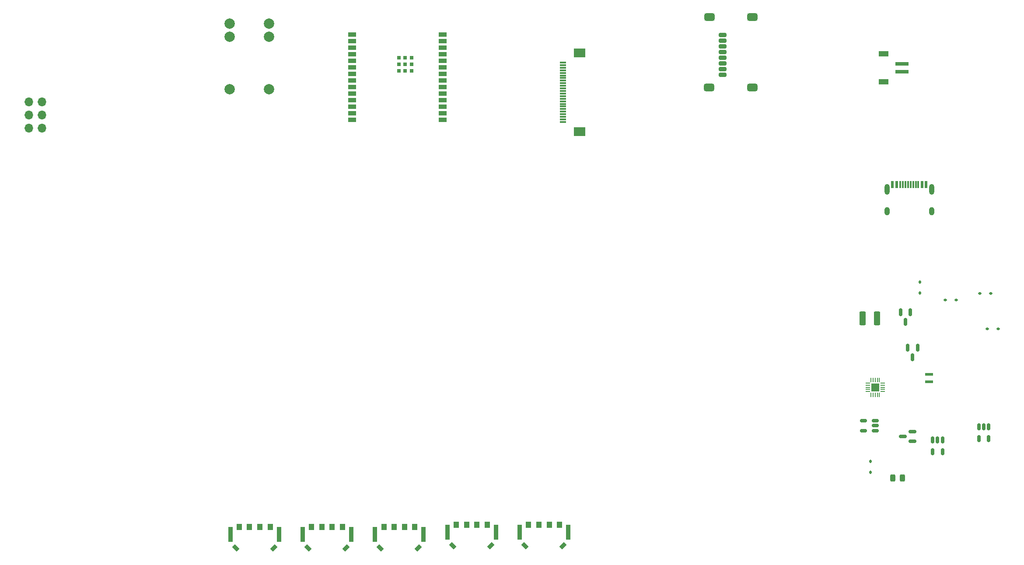
<source format=gbr>
%TF.GenerationSoftware,KiCad,Pcbnew,7.99.0-3193-g96f9f2c658*%
%TF.CreationDate,2023-10-14T12:34:29+01:00*%
%TF.ProjectId,hh2024,68683230-3234-42e6-9b69-6361645f7063,rev?*%
%TF.SameCoordinates,Original*%
%TF.FileFunction,Copper,L2,Bot*%
%TF.FilePolarity,Positive*%
%FSLAX46Y46*%
G04 Gerber Fmt 4.6, Leading zero omitted, Abs format (unit mm)*
G04 Created by KiCad (PCBNEW 7.99.0-3193-g96f9f2c658) date 2023-10-14 12:34:29*
%MOMM*%
%LPD*%
G01*
G04 APERTURE LIST*
G04 Aperture macros list*
%AMRoundRect*
0 Rectangle with rounded corners*
0 $1 Rounding radius*
0 $2 $3 $4 $5 $6 $7 $8 $9 X,Y pos of 4 corners*
0 Add a 4 corners polygon primitive as box body*
4,1,4,$2,$3,$4,$5,$6,$7,$8,$9,$2,$3,0*
0 Add four circle primitives for the rounded corners*
1,1,$1+$1,$2,$3*
1,1,$1+$1,$4,$5*
1,1,$1+$1,$6,$7*
1,1,$1+$1,$8,$9*
0 Add four rect primitives between the rounded corners*
20,1,$1+$1,$2,$3,$4,$5,0*
20,1,$1+$1,$4,$5,$6,$7,0*
20,1,$1+$1,$6,$7,$8,$9,0*
20,1,$1+$1,$8,$9,$2,$3,0*%
%AMRotRect*
0 Rectangle, with rotation*
0 The origin of the aperture is its center*
0 $1 length*
0 $2 width*
0 $3 Rotation angle, in degrees counterclockwise*
0 Add horizontal line*
21,1,$1,$2,0,0,$3*%
G04 Aperture macros list end*
%TA.AperFunction,ComponentPad*%
%ADD10C,2.000000*%
%TD*%
%TA.AperFunction,ComponentPad*%
%ADD11O,1.700000X1.700000*%
%TD*%
%TA.AperFunction,SMDPad,CuDef*%
%ADD12R,0.900000X3.000000*%
%TD*%
%TA.AperFunction,SMDPad,CuDef*%
%ADD13RotRect,1.200000X0.800000X315.000000*%
%TD*%
%TA.AperFunction,SMDPad,CuDef*%
%ADD14RotRect,1.200000X0.800000X45.000000*%
%TD*%
%TA.AperFunction,SMDPad,CuDef*%
%ADD15R,1.000000X1.300000*%
%TD*%
%TA.AperFunction,SMDPad,CuDef*%
%ADD16RoundRect,0.112500X-0.187500X-0.112500X0.187500X-0.112500X0.187500X0.112500X-0.187500X0.112500X0*%
%TD*%
%TA.AperFunction,SMDPad,CuDef*%
%ADD17R,1.500000X0.900000*%
%TD*%
%TA.AperFunction,SMDPad,CuDef*%
%ADD18R,0.800000X0.800000*%
%TD*%
%TA.AperFunction,SMDPad,CuDef*%
%ADD19RoundRect,0.150000X0.587500X0.150000X-0.587500X0.150000X-0.587500X-0.150000X0.587500X-0.150000X0*%
%TD*%
%TA.AperFunction,SMDPad,CuDef*%
%ADD20RoundRect,0.150000X-0.150000X0.587500X-0.150000X-0.587500X0.150000X-0.587500X0.150000X0.587500X0*%
%TD*%
%TA.AperFunction,SMDPad,CuDef*%
%ADD21R,2.500000X0.700000*%
%TD*%
%TA.AperFunction,SMDPad,CuDef*%
%ADD22R,1.900000X1.100000*%
%TD*%
%TA.AperFunction,SMDPad,CuDef*%
%ADD23RoundRect,0.150000X-0.150000X0.512500X-0.150000X-0.512500X0.150000X-0.512500X0.150000X0.512500X0*%
%TD*%
%TA.AperFunction,SMDPad,CuDef*%
%ADD24RoundRect,0.112500X0.187500X0.112500X-0.187500X0.112500X-0.187500X-0.112500X0.187500X-0.112500X0*%
%TD*%
%TA.AperFunction,SMDPad,CuDef*%
%ADD25RoundRect,0.112500X-0.112500X0.187500X-0.112500X-0.187500X0.112500X-0.187500X0.112500X0.187500X0*%
%TD*%
%TA.AperFunction,SMDPad,CuDef*%
%ADD26RoundRect,0.112500X0.112500X-0.187500X0.112500X0.187500X-0.112500X0.187500X-0.112500X-0.187500X0*%
%TD*%
%TA.AperFunction,SMDPad,CuDef*%
%ADD27R,0.600000X1.450000*%
%TD*%
%TA.AperFunction,SMDPad,CuDef*%
%ADD28R,0.300000X1.450000*%
%TD*%
%TA.AperFunction,ComponentPad*%
%ADD29O,1.000000X1.600000*%
%TD*%
%TA.AperFunction,ComponentPad*%
%ADD30O,1.000000X2.100000*%
%TD*%
%TA.AperFunction,SMDPad,CuDef*%
%ADD31RoundRect,0.137500X0.662500X-0.137500X0.662500X0.137500X-0.662500X0.137500X-0.662500X-0.137500X0*%
%TD*%
%TA.AperFunction,SMDPad,CuDef*%
%ADD32R,1.300000X0.300000*%
%TD*%
%TA.AperFunction,SMDPad,CuDef*%
%ADD33R,2.200000X1.800000*%
%TD*%
%TA.AperFunction,SMDPad,CuDef*%
%ADD34RoundRect,0.250000X-0.375000X-1.075000X0.375000X-1.075000X0.375000X1.075000X-0.375000X1.075000X0*%
%TD*%
%TA.AperFunction,SMDPad,CuDef*%
%ADD35RoundRect,0.200000X-0.550000X0.200000X-0.550000X-0.200000X0.550000X-0.200000X0.550000X0.200000X0*%
%TD*%
%TA.AperFunction,SMDPad,CuDef*%
%ADD36RoundRect,0.375000X-0.625000X0.375000X-0.625000X-0.375000X0.625000X-0.375000X0.625000X0.375000X0*%
%TD*%
%TA.AperFunction,SMDPad,CuDef*%
%ADD37RoundRect,0.243750X0.243750X0.456250X-0.243750X0.456250X-0.243750X-0.456250X0.243750X-0.456250X0*%
%TD*%
%TA.AperFunction,SMDPad,CuDef*%
%ADD38RoundRect,0.050000X-0.375000X-0.050000X0.375000X-0.050000X0.375000X0.050000X-0.375000X0.050000X0*%
%TD*%
%TA.AperFunction,SMDPad,CuDef*%
%ADD39RoundRect,0.050000X-0.050000X-0.375000X0.050000X-0.375000X0.050000X0.375000X-0.050000X0.375000X0*%
%TD*%
%TA.AperFunction,SMDPad,CuDef*%
%ADD40R,1.650000X1.650000*%
%TD*%
%TA.AperFunction,SMDPad,CuDef*%
%ADD41RoundRect,0.150000X0.512500X0.150000X-0.512500X0.150000X-0.512500X-0.150000X0.512500X-0.150000X0*%
%TD*%
G04 APERTURE END LIST*
D10*
%TO.P,K1,1*%
%TO.N,unconnected-(K1-Pad1)*%
X106931000Y-65415000D03*
%TO.P,K1,2*%
%TO.N,Net-(D25-A)*%
X106931000Y-55255000D03*
%TO.P,K1,3*%
%TO.N,unconnected-(K1-Pad3)*%
X106931000Y-52715000D03*
%TO.P,K1,4*%
%TO.N,unconnected-(K1-Pad4)*%
X99311000Y-52715000D03*
%TO.P,K1,5*%
%TO.N,VIN*%
X99311000Y-55255000D03*
%TO.P,K1,6*%
%TO.N,N/C*%
X99311000Y-65415000D03*
%TD*%
D11*
%TO.P,J1,1,+3.3V*%
%TO.N,+3V3*%
X60406000Y-67830000D03*
%TO.P,J1,2,GND*%
%TO.N,GND*%
X62946000Y-67830000D03*
%TO.P,J1,3,SDA*%
%TO.N,SDA*%
X60406000Y-70370000D03*
%TO.P,J1,4,SCL*%
%TO.N,SCL*%
X62946000Y-70370000D03*
%TO.P,J1,5,IO1*%
%TO.N,/microcontroller/SAO IO1*%
X60406000Y-72910000D03*
%TO.P,J1,6,IO2*%
%TO.N,/microcontroller/SAO IO2*%
X62946000Y-72910000D03*
%TD*%
D12*
%TO.P,SW2,*%
%TO.N,*%
X113433000Y-151594000D03*
D13*
X114453000Y-154204000D03*
D14*
X121813000Y-154204000D03*
D12*
X122833000Y-151594000D03*
D15*
%TO.P,SW2,1,1*%
%TO.N,MSWR*%
X115133000Y-150144000D03*
%TO.P,SW2,2,2*%
%TO.N,MSWL*%
X121133000Y-150144000D03*
%TO.P,SW2,C,C*%
%TO.N,MSWS2*%
X117133000Y-150144000D03*
%TO.P,SW2,T,T*%
%TO.N,MSWB*%
X119133000Y-150144000D03*
%TD*%
D16*
%TO.P,D2,1,K*%
%TO.N,GND*%
X244522000Y-104971000D03*
%TO.P,D2,2,A*%
%TO.N,Net-(D2-A)*%
X246622000Y-104971000D03*
%TD*%
D17*
%TO.P,U1,1,GND*%
%TO.N,GND*%
X140505000Y-54857000D03*
%TO.P,U1,2,3V3*%
%TO.N,+3V3*%
X140505000Y-56127000D03*
%TO.P,U1,3,EN/CHIP_PU*%
%TO.N,Net-(U1-EN{slash}CHIP_PU)*%
X140505000Y-57397000D03*
%TO.P,U1,4,MTMS/GPIO4/ADC1_CH4*%
%TO.N,/microcontroller/Low Pow CH32*%
X140505000Y-58667000D03*
%TO.P,U1,5,MTDI/GPIO5/ADC1_CH5*%
%TO.N,/E-Paper/DC*%
X140505000Y-59937000D03*
%TO.P,U1,6,MTCK/GPIO6/ADC1_CH6*%
%TO.N,SDA*%
X140505000Y-61207000D03*
%TO.P,U1,7,MTDO/GPIO7*%
%TO.N,SCL*%
X140505000Y-62477000D03*
%TO.P,U1,8,GPIO0/ADC1_CH0/XTAL_32K_P*%
%TO.N,/microcontroller/SAO IO1*%
X140505000Y-63747000D03*
%TO.P,U1,9,GPIO1/ADC1_CH1/XTAL_32K_N*%
%TO.N,/microcontroller/SAO IO2*%
X140505000Y-65017000D03*
%TO.P,U1,10,GPIO8*%
%TO.N,/E-Paper/CS*%
X140505000Y-66287000D03*
%TO.P,U1,11,GPIO10*%
%TO.N,/E-Paper/BUSY*%
X140505000Y-67557000D03*
%TO.P,U1,12,GPIO11*%
%TO.N,GND*%
X140505000Y-68827000D03*
%TO.P,U1,13,GPIO12/USB_D-*%
%TO.N,Net-(U1-GPIO12{slash}USB_D-)*%
X140505000Y-70097000D03*
%TO.P,U1,14,GPIO13/USB_D+*%
%TO.N,Net-(U1-GPIO13{slash}USB_D+)*%
X140505000Y-71367000D03*
%TO.P,U1,15,GPIO9*%
%TO.N,/microcontroller/Relay Ctrl*%
X123005000Y-71367000D03*
%TO.P,U1,16,GPIO18*%
%TO.N,/microcontroller/SDCARD CS*%
X123005000Y-70097000D03*
%TO.P,U1,17,GPIO19*%
%TO.N,/E-Paper/MOSI*%
X123005000Y-68827000D03*
%TO.P,U1,18,GPIO20*%
%TO.N,/microcontroller/SPI MISO*%
X123005000Y-67557000D03*
%TO.P,U1,19,GPIO21*%
%TO.N,/E-Paper/SCK*%
X123005000Y-66287000D03*
%TO.P,U1,20,GPIO22*%
%TO.N,unconnected-(U1-GPIO22-Pad20)*%
X123005000Y-65017000D03*
%TO.P,U1,21,GPIO23*%
%TO.N,unconnected-(U1-GPIO23-Pad21)*%
X123005000Y-63747000D03*
%TO.P,U1,22,NC*%
%TO.N,unconnected-(U1-NC-Pad22)*%
X123005000Y-62477000D03*
%TO.P,U1,23,GPIO15*%
%TO.N,unconnected-(U1-GPIO15-Pad23)*%
X123005000Y-61207000D03*
%TO.P,U1,24,U0RXD/GPIO17*%
%TO.N,/microcontroller/CH32 Prog*%
X123005000Y-59937000D03*
%TO.P,U1,25,U0TXD/GPIO16*%
%TO.N,/E-Paper/RESET*%
X123005000Y-58667000D03*
%TO.P,U1,26,GPIO3/ADC1_CH3*%
%TO.N,/Power management/CHRG*%
X123005000Y-57397000D03*
%TO.P,U1,27,GPIO2/ADC1_CH2*%
%TO.N,/Power management/SENSE*%
X123005000Y-56127000D03*
%TO.P,U1,28,GND*%
%TO.N,GND*%
X123005000Y-54857000D03*
D18*
%TO.P,U1,29,GND*%
X134510000Y-61827000D03*
X134510000Y-60577000D03*
X134510000Y-59327000D03*
X133260000Y-61827000D03*
X133260000Y-60577000D03*
X133260000Y-59327000D03*
X132010000Y-61827000D03*
X132010000Y-60577000D03*
X132010000Y-59327000D03*
%TD*%
D19*
%TO.P,Q1,1,G*%
%TO.N,Net-(Q1-G)*%
X231445000Y-131707000D03*
%TO.P,Q1,2,S*%
%TO.N,GND*%
X231445000Y-133607000D03*
%TO.P,Q1,3,D*%
%TO.N,Net-(Q1-D)*%
X229570000Y-132657000D03*
%TD*%
D20*
%TO.P,Q3,1,G*%
%TO.N,/microcontroller/Relay Ctrl*%
X230525000Y-115415000D03*
%TO.P,Q3,2,S*%
%TO.N,GND*%
X232425000Y-115415000D03*
%TO.P,Q3,3,D*%
%TO.N,Net-(D25-A)*%
X231475000Y-117290000D03*
%TD*%
D21*
%TO.P,J5,1,Pin_1*%
%TO.N,GND*%
X229434000Y-62033000D03*
%TO.P,J5,2,Pin_2*%
%TO.N,VBAT*%
X229434000Y-60533000D03*
D22*
%TO.P,J5,MP,MountPin*%
%TO.N,GND*%
X225834000Y-63983000D03*
X225834000Y-58583000D03*
%TD*%
D12*
%TO.P,SW4,*%
%TO.N,*%
X141445000Y-151160500D03*
D13*
X142465000Y-153770500D03*
D14*
X149825000Y-153770500D03*
D12*
X150845000Y-151160500D03*
D15*
%TO.P,SW4,1,1*%
%TO.N,MSWR*%
X143145000Y-149710500D03*
%TO.P,SW4,2,2*%
%TO.N,MSWL*%
X149145000Y-149710500D03*
%TO.P,SW4,C,C*%
%TO.N,MSWS4*%
X145145000Y-149710500D03*
%TO.P,SW4,T,T*%
%TO.N,MSWB*%
X147145000Y-149710500D03*
%TD*%
D23*
%TO.P,U2,1,EN*%
%TO.N,VIN*%
X244302000Y-130763000D03*
%TO.P,U2,2,GND*%
%TO.N,GND*%
X245252000Y-130763000D03*
%TO.P,U2,3,SW*%
%TO.N,/Power management/SW33*%
X246202000Y-130763000D03*
%TO.P,U2,4,VIN*%
%TO.N,VIN*%
X246202000Y-133038000D03*
%TO.P,U2,5,FB*%
%TO.N,/Power management/FB33*%
X244302000Y-133038000D03*
%TD*%
D24*
%TO.P,D3,1,K*%
%TO.N,Net-(D2-A)*%
X239925000Y-106241000D03*
%TO.P,D3,2,A*%
%TO.N,/E-Paper/PREVGL*%
X237825000Y-106241000D03*
%TD*%
D12*
%TO.P,SW1,*%
%TO.N,*%
X99433000Y-151594000D03*
D13*
X100453000Y-154204000D03*
D14*
X107813000Y-154204000D03*
D12*
X108833000Y-151594000D03*
D15*
%TO.P,SW1,1,1*%
%TO.N,MSWR*%
X101133000Y-150144000D03*
%TO.P,SW1,2,2*%
%TO.N,MSWL*%
X107133000Y-150144000D03*
%TO.P,SW1,C,C*%
%TO.N,MSWS1*%
X103133000Y-150144000D03*
%TO.P,SW1,T,T*%
%TO.N,MSWB*%
X105133000Y-150144000D03*
%TD*%
D20*
%TO.P,Q2,1,G*%
%TO.N,/E-Paper/GDR*%
X229128000Y-108557000D03*
%TO.P,Q2,2,S*%
%TO.N,/E-Paper/RESE*%
X231028000Y-108557000D03*
%TO.P,Q2,3,D*%
%TO.N,Net-(D4-A)*%
X230078000Y-110432000D03*
%TD*%
D12*
%TO.P,SW3,*%
%TO.N,*%
X127433000Y-151594000D03*
D13*
X128453000Y-154204000D03*
D14*
X135813000Y-154204000D03*
D12*
X136833000Y-151594000D03*
D15*
%TO.P,SW3,1,1*%
%TO.N,MSWR*%
X129133000Y-150144000D03*
%TO.P,SW3,2,2*%
%TO.N,MSWL*%
X135133000Y-150144000D03*
%TO.P,SW3,C,C*%
%TO.N,MSWS3*%
X131133000Y-150144000D03*
%TO.P,SW3,T,T*%
%TO.N,MSWB*%
X133133000Y-150144000D03*
%TD*%
D25*
%TO.P,D1,1,K*%
%TO.N,VIN*%
X223347000Y-137449000D03*
%TO.P,D1,2,A*%
%TO.N,VUSB*%
X223347000Y-139549000D03*
%TD*%
D26*
%TO.P,D4,1,K*%
%TO.N,/E-Paper/PREVGH*%
X232872000Y-104878000D03*
%TO.P,D4,2,A*%
%TO.N,Net-(D4-A)*%
X232872000Y-102778000D03*
%TD*%
D27*
%TO.P,J4,A1,GND*%
%TO.N,GND*%
X234090000Y-83908000D03*
%TO.P,J4,A4,VBUS*%
%TO.N,/USB_VBUS*%
X233290000Y-83908000D03*
D28*
%TO.P,J4,A5,CC1*%
%TO.N,/CC1*%
X232090000Y-83908000D03*
%TO.P,J4,A6,D+*%
%TO.N,/microcontroller/D+*%
X231090000Y-83908000D03*
%TO.P,J4,A7,D-*%
%TO.N,/microcontroller/D-*%
X230590000Y-83908000D03*
%TO.P,J4,A8,SBU1*%
%TO.N,unconnected-(J4-SBU1-PadA8)*%
X229590000Y-83908000D03*
D27*
%TO.P,J4,A9,VBUS*%
%TO.N,/USB_VBUS*%
X228390000Y-83908000D03*
%TO.P,J4,A12,GND*%
%TO.N,GND*%
X227590000Y-83908000D03*
%TO.P,J4,B1,GND*%
X227590000Y-83908000D03*
%TO.P,J4,B4,VBUS*%
%TO.N,/USB_VBUS*%
X228390000Y-83908000D03*
D28*
%TO.P,J4,B5,CC2*%
%TO.N,/CC2*%
X229090000Y-83908000D03*
%TO.P,J4,B6,D+*%
%TO.N,/microcontroller/D+*%
X230090000Y-83908000D03*
%TO.P,J4,B7,D-*%
%TO.N,/microcontroller/D-*%
X231590000Y-83908000D03*
%TO.P,J4,B8,SBU2*%
%TO.N,unconnected-(J4-SBU2-PadB8)*%
X232590000Y-83908000D03*
D27*
%TO.P,J4,B9,VBUS*%
%TO.N,/USB_VBUS*%
X233290000Y-83908000D03*
%TO.P,J4,B12,GND*%
%TO.N,GND*%
X234090000Y-83908000D03*
D29*
%TO.P,J4,S1,SHIELD*%
X235160000Y-89003000D03*
D30*
X235160000Y-84823000D03*
D29*
X226520000Y-89003000D03*
D30*
X226520000Y-84823000D03*
%TD*%
D31*
%TO.P,L1,1,1*%
%TO.N,+3V3*%
X234650000Y-122079000D03*
%TO.P,L1,2,2*%
%TO.N,/Power management/SW33*%
X234650000Y-120629000D03*
%TD*%
D32*
%TO.P,J6,1,Pin_1*%
%TO.N,/E-Paper/VCOM*%
X163800000Y-60250000D03*
%TO.P,J6,2,Pin_2*%
%TO.N,/E-Paper/PREVGL*%
X163800000Y-60750000D03*
%TO.P,J6,3,Pin_3*%
%TO.N,/E-Paper/VSL*%
X163800000Y-61250000D03*
%TO.P,J6,4,Pin_4*%
%TO.N,/E-Paper/PREVGH*%
X163800000Y-61750000D03*
%TO.P,J6,5,Pin_5*%
%TO.N,/E-Paper/VSH*%
X163800000Y-62250000D03*
%TO.P,J6,6,Pin_6*%
%TO.N,unconnected-(J6-Pin_6-Pad6)*%
X163800000Y-62750000D03*
%TO.P,J6,7,Pin_7*%
%TO.N,Net-(J6-Pin_7)*%
X163800000Y-63250000D03*
%TO.P,J6,8,Pin_8*%
%TO.N,GND*%
X163800000Y-63750000D03*
%TO.P,J6,9,Pin_9*%
%TO.N,+3V3*%
X163800000Y-64250000D03*
%TO.P,J6,10,Pin_10*%
X163800000Y-64750000D03*
%TO.P,J6,11,Pin_11*%
%TO.N,/E-Paper/MOSI*%
X163800000Y-65250000D03*
%TO.P,J6,12,Pin_12*%
%TO.N,/E-Paper/SCK*%
X163800000Y-65750000D03*
%TO.P,J6,13,Pin_13*%
%TO.N,/E-Paper/CS*%
X163800000Y-66250000D03*
%TO.P,J6,14,Pin_14*%
%TO.N,/E-Paper/DC*%
X163800000Y-66750000D03*
%TO.P,J6,15,Pin_15*%
%TO.N,/E-Paper/RESET*%
X163800000Y-67250000D03*
%TO.P,J6,16,Pin_16*%
%TO.N,/E-Paper/BUSY*%
X163800000Y-67750000D03*
%TO.P,J6,17,Pin_17*%
%TO.N,GND*%
X163800000Y-68250000D03*
%TO.P,J6,18,Pin_18*%
%TO.N,unconnected-(J6-Pin_18-Pad18)*%
X163800000Y-68750000D03*
%TO.P,J6,19,Pin_19*%
%TO.N,unconnected-(J6-Pin_19-Pad19)*%
X163800000Y-69250000D03*
%TO.P,J6,20,Pin_20*%
%TO.N,/E-Paper/VGH*%
X163800000Y-69750000D03*
%TO.P,J6,21,Pin_21*%
%TO.N,/E-Paper/VGL*%
X163800000Y-70250000D03*
%TO.P,J6,22,Pin_22*%
%TO.N,/E-Paper/RESE*%
X163800000Y-70750000D03*
%TO.P,J6,23,Pin_23*%
%TO.N,/E-Paper/GDR*%
X163800000Y-71250000D03*
%TO.P,J6,24,Pin_24*%
%TO.N,unconnected-(J6-Pin_24-Pad24)*%
X163800000Y-71750000D03*
D33*
%TO.P,J6,MP,MountPin*%
%TO.N,GND*%
X167050000Y-58350000D03*
X167050000Y-73650000D03*
%TD*%
D23*
%TO.P,U3,1,STAT*%
%TO.N,/Power management/CHRG*%
X235351000Y-133297500D03*
%TO.P,U3,2,VSS*%
%TO.N,GND*%
X236301000Y-133297500D03*
%TO.P,U3,3,VBAT*%
%TO.N,VBAT*%
X237251000Y-133297500D03*
%TO.P,U3,4,VDD*%
%TO.N,VUSB*%
X237251000Y-135572500D03*
%TO.P,U3,5,PROG*%
%TO.N,Net-(U3-PROG)*%
X235351000Y-135572500D03*
%TD*%
D34*
%TO.P,L2,1,1*%
%TO.N,+3V3*%
X221820000Y-109797000D03*
%TO.P,L2,2,2*%
%TO.N,Net-(D4-A)*%
X224620000Y-109797000D03*
%TD*%
D16*
%TO.P,D25,1,K*%
%TO.N,VIN*%
X245919000Y-111829000D03*
%TO.P,D25,2,A*%
%TO.N,Net-(D25-A)*%
X248019000Y-111829000D03*
%TD*%
D12*
%TO.P,SW5,*%
%TO.N,*%
X155445000Y-151160500D03*
D13*
X156465000Y-153770500D03*
D14*
X163825000Y-153770500D03*
D12*
X164845000Y-151160500D03*
D15*
%TO.P,SW5,1,1*%
%TO.N,MSWR*%
X157145000Y-149710500D03*
%TO.P,SW5,2,2*%
%TO.N,MSWL*%
X163145000Y-149710500D03*
%TO.P,SW5,C,C*%
%TO.N,MSWS5*%
X159145000Y-149710500D03*
%TO.P,SW5,T,T*%
%TO.N,MSWB*%
X161145000Y-149710500D03*
%TD*%
D35*
%TO.P,J3,1,DAT2*%
%TO.N,unconnected-(J3-DAT2-Pad1)*%
X194721000Y-54915000D03*
%TO.P,J3,2,DAT3/CD*%
%TO.N,/microcontroller/SDCARD CS*%
X194721000Y-56015000D03*
%TO.P,J3,3,CMD*%
%TO.N,/E-Paper/MOSI*%
X194721000Y-57115000D03*
%TO.P,J3,4,VDD*%
%TO.N,+3V3*%
X194721000Y-58215000D03*
%TO.P,J3,5,CLK*%
%TO.N,/E-Paper/SCK*%
X194721000Y-59315000D03*
%TO.P,J3,6,VSS*%
%TO.N,GND*%
X194721000Y-60415000D03*
%TO.P,J3,7,DAT0*%
%TO.N,/microcontroller/SPI MISO*%
X194721000Y-61515000D03*
%TO.P,J3,8,DAT1*%
%TO.N,unconnected-(J3-DAT1-Pad8)*%
X194721000Y-62615000D03*
D36*
%TO.P,J3,9,SHIELD*%
%TO.N,GND*%
X192121000Y-65065000D03*
X200421000Y-65065000D03*
X192171000Y-51465000D03*
X200421000Y-51465000D03*
%TD*%
D37*
%TO.P,F1,1*%
%TO.N,VUSB*%
X229491500Y-140658000D03*
%TO.P,F1,2*%
%TO.N,/USB_VBUS*%
X227616500Y-140658000D03*
%TD*%
D38*
%TO.P,U5,1,PD7*%
%TO.N,/CH32 reset*%
X225686000Y-122332000D03*
%TO.P,U5,2,PA1*%
%TO.N,MSWS1*%
X225686000Y-122732000D03*
%TO.P,U5,3,PA2*%
%TO.N,MSWS4*%
X225686000Y-123132000D03*
%TO.P,U5,4,VSS*%
%TO.N,GND*%
X225686000Y-123532000D03*
%TO.P,U5,5,PD0*%
%TO.N,MSWS5*%
X225686000Y-123932000D03*
D39*
%TO.P,U5,6,VDD*%
%TO.N,+3V3*%
X225036000Y-124582000D03*
%TO.P,U5,7,PC0*%
%TO.N,MSWS3*%
X224636000Y-124582000D03*
%TO.P,U5,8,PC1*%
%TO.N,SDA*%
X224236000Y-124582000D03*
%TO.P,U5,9,PC2*%
%TO.N,SCL*%
X223836000Y-124582000D03*
%TO.P,U5,10,PC3*%
%TO.N,MSWS2*%
X223436000Y-124582000D03*
D38*
%TO.P,U5,11,PC4*%
%TO.N,/microcontroller/Low Pow CH32*%
X222786000Y-123932000D03*
%TO.P,U5,12,PC5*%
%TO.N,MSWR*%
X222786000Y-123532000D03*
%TO.P,U5,13,PC6*%
%TO.N,MSWB*%
X222786000Y-123132000D03*
%TO.P,U5,14,PC7*%
%TO.N,MSWL*%
X222786000Y-122732000D03*
%TO.P,U5,15,PD1*%
%TO.N,/microcontroller/CH32 Prog*%
X222786000Y-122332000D03*
D39*
%TO.P,U5,16,PD2*%
%TO.N,LED A*%
X223436000Y-121682000D03*
%TO.P,U5,17,PD3*%
%TO.N,LED B*%
X223836000Y-121682000D03*
%TO.P,U5,18,PD4*%
%TO.N,LED C*%
X224236000Y-121682000D03*
%TO.P,U5,19,PD5*%
%TO.N,LED D*%
X224636000Y-121682000D03*
%TO.P,U5,20,PD6*%
%TO.N,LED E*%
X225036000Y-121682000D03*
D40*
%TO.P,U5,21,VSS*%
%TO.N,GND*%
X224236000Y-123132000D03*
%TD*%
D41*
%TO.P,U4,1,OUT*%
%TO.N,VIN*%
X224225000Y-129614000D03*
%TO.P,U4,2,GND*%
%TO.N,GND*%
X224225000Y-130564000D03*
%TO.P,U4,3,SET*%
%TO.N,Net-(U4-SET)*%
X224225000Y-131514000D03*
%TO.P,U4,4,ON*%
%TO.N,Net-(Q1-D)*%
X221950000Y-131514000D03*
%TO.P,U4,5,IN*%
%TO.N,VBAT*%
X221950000Y-129614000D03*
%TD*%
M02*

</source>
